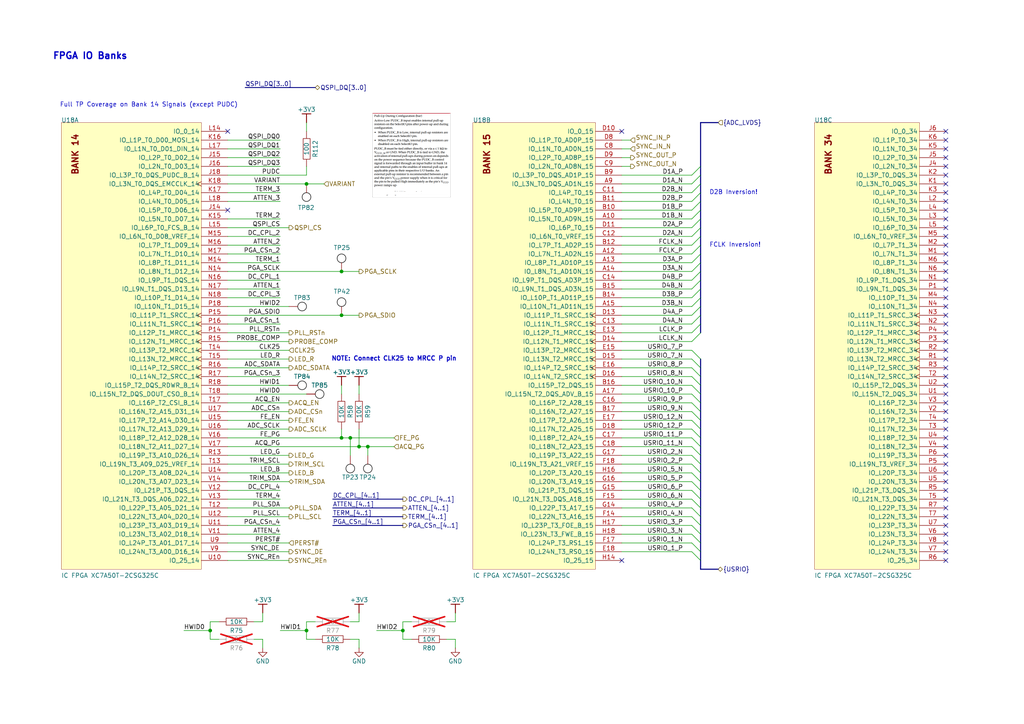
<source format=kicad_sch>
(kicad_sch (version 20250114) (generator "eeschema") (generator_version "9.0")
  (paper "A4")
  (title_block (title "ThunderScope") (rev "5.3") (company "EEVengers") (comment 1 "Aleksa Bjelogrlic"))
  (text "FCLK Inversion!" (at 205.74 71.12 0) (effects (font (size 1.27 1.27)) (justify left)))
  (text "FPGA IO Banks" (at 15.24 15.24 0) (effects (font (size 1.905 1.905) (thickness 0.381) (bold yes)) (justify left top)))
  (text "NOTE: Connect CLK25 to MRCC P pin" (at 114.3 104.14 0) (effects (font (size 1.27 1.27) (thickness 0.254) (bold yes))))
  (text "D2B Inversion!" (at 205.74 55.88 0) (effects (font (size 1.27 1.27)) (justify left)))
  (text "Full TP Coverage on Bank 14 Signals (except PUDC)" (at 43.18 30.48 0) (effects (font (size 1.27 1.27))))
  (junction (at 99.06 91.44))
  (junction (at 99.06 78.74))
  (junction (at 99.06 127))
  (junction (at 106.68 129.54))
  (junction (at 88.9 53.34))
  (junction (at 104.14 129.54))
  (junction (at 60.96 182.88))
  (junction (at 88.9 182.88))
  (junction (at 116.84 182.88))
  (junction (at 101.6 127))
  (no_connect (at 274.32 63.5))
  (no_connect (at 274.32 109.22))
  (no_connect (at 274.32 104.14))
  (no_connect (at 274.32 91.44))
  (no_connect (at 274.32 76.2))
  (no_connect (at 274.32 132.08))
  (no_connect (at 274.32 127))
  (no_connect (at 274.32 68.58))
  (no_connect (at 274.32 88.9))
  (no_connect (at 274.32 157.48))
  (no_connect (at 274.32 116.84))
  (no_connect (at 274.32 139.7))
  (no_connect (at 274.32 73.66))
  (no_connect (at 274.32 58.42))
  (no_connect (at 274.32 81.28))
  (no_connect (at 274.32 86.36))
  (no_connect (at 274.32 66.04))
  (no_connect (at 274.32 99.06))
  (no_connect (at 274.32 142.24))
  (no_connect (at 274.32 71.12))
  (no_connect (at 274.32 101.6))
  (no_connect (at 274.32 45.72))
  (no_connect (at 274.32 124.46))
  (no_connect (at 274.32 154.94))
  (no_connect (at 274.32 96.52))
  (no_connect (at 274.32 111.76))
  (no_connect (at 274.32 78.74))
  (no_connect (at 274.32 48.26))
  (no_connect (at 274.32 119.38))
  (no_connect (at 180.34 162.56))
  (no_connect (at 180.34 38.1))
  (no_connect (at 274.32 53.34))
  (no_connect (at 274.32 55.88))
  (no_connect (at 274.32 149.86))
  (no_connect (at 274.32 134.62))
  (no_connect (at 274.32 40.64))
  (no_connect (at 274.32 93.98))
  (no_connect (at 274.32 106.68))
  (no_connect (at 274.32 60.96))
  (no_connect (at 66.04 38.1))
  (no_connect (at 274.32 83.82))
  (no_connect (at 274.32 50.8))
  (no_connect (at 274.32 144.78))
  (no_connect (at 66.04 60.96))
  (no_connect (at 274.32 43.18))
  (no_connect (at 274.32 121.92))
  (no_connect (at 274.32 137.16))
  (no_connect (at 274.32 38.1))
  (no_connect (at 274.32 160.02))
  (no_connect (at 274.32 152.4))
  (no_connect (at 274.32 114.3))
  (no_connect (at 274.32 162.56))
  (no_connect (at 274.32 147.32))
  (no_connect (at 274.32 129.54))
  (bus_entry (at 200.66 132.08) (size 2.54 2.54))
  (bus_entry (at 200.66 134.62) (size 2.54 2.54))
  (bus_entry (at 200.66 154.94) (size 2.54 2.54))
  (bus_entry (at 200.66 137.16) (size 2.54 2.54))
  (bus_entry (at 200.66 71.12) (size 2.54 -2.54))
  (bus_entry (at 200.66 53.34) (size 2.54 -2.54))
  (bus_entry (at 200.66 68.58) (size 2.54 -2.54))
  (bus_entry (at 200.66 142.24) (size 2.54 2.54))
  (bus_entry (at 200.66 58.42) (size 2.54 -2.54))
  (bus_entry (at 200.66 160.02) (size 2.54 2.54))
  (bus_entry (at 200.66 139.7) (size 2.54 2.54))
  (bus_entry (at 200.66 111.76) (size 2.54 2.54))
  (bus_entry (at 200.66 73.66) (size 2.54 -2.54))
  (bus_entry (at 200.66 66.04) (size 2.54 -2.54))
  (bus_entry (at 200.66 93.98) (size 2.54 -2.54))
  (bus_entry (at 200.66 50.8) (size 2.54 -2.54))
  (bus_entry (at 200.66 124.46) (size 2.54 2.54))
  (bus_entry (at 200.66 76.2) (size 2.54 -2.54))
  (bus_entry (at 200.66 109.22) (size 2.54 2.54))
  (bus_entry (at 200.66 149.86) (size 2.54 2.54))
  (bus_entry (at 200.66 147.32) (size 2.54 2.54))
  (bus_entry (at 200.66 104.14) (size 2.54 2.54))
  (bus_entry (at 200.66 157.48) (size 2.54 2.54))
  (bus_entry (at 200.66 63.5) (size 2.54 -2.54))
  (bus_entry (at 200.66 86.36) (size 2.54 -2.54))
  (bus_entry (at 200.66 144.78) (size 2.54 2.54))
  (bus_entry (at 200.66 121.92) (size 2.54 2.54))
  (bus_entry (at 200.66 83.82) (size 2.54 -2.54))
  (bus_entry (at 200.66 127) (size 2.54 2.54))
  (bus_entry (at 200.66 114.3) (size 2.54 2.54))
  (bus_entry (at 200.66 106.68) (size 2.54 2.54))
  (bus_entry (at 200.66 88.9) (size 2.54 -2.54))
  (bus_entry (at 200.66 99.06) (size 2.54 -2.54))
  (bus_entry (at 200.66 119.38) (size 2.54 2.54))
  (bus_entry (at 200.66 116.84) (size 2.54 2.54))
  (bus_entry (at 200.66 101.6) (size 2.54 2.54))
  (bus_entry (at 200.66 78.74) (size 2.54 -2.54))
  (bus_entry (at 200.66 96.52) (size 2.54 -2.54))
  (bus_entry (at 200.66 55.88) (size 2.54 -2.54))
  (bus_entry (at 200.66 129.54) (size 2.54 2.54))
  (bus_entry (at 200.66 81.28) (size 2.54 -2.54))
  (bus_entry (at 200.66 91.44) (size 2.54 -2.54))
  (bus_entry (at 200.66 152.4) (size 2.54 2.54))
  (bus_entry (at 200.66 60.96) (size 2.54 -2.54))
  (bus (pts (xy 203.2 114.3) (xy 203.2 111.76)))
  (bus (pts (xy 203.2 121.92) (xy 203.2 119.38)))
  (bus (pts (xy 203.2 132.08) (xy 203.2 129.54)))
  (bus (pts (xy 203.2 162.56) (xy 203.2 160.02)))
  (wire (pts (xy 66.04 111.76) (xy 83.82 111.76)))
  (wire (pts (xy 66.04 124.46) (xy 83.82 124.46)))
  (wire (pts (xy 180.34 134.62) (xy 200.66 134.62)))
  (wire (pts (xy 66.04 127) (xy 99.06 127)))
  (bus (pts (xy 203.2 134.62) (xy 203.2 132.08)))
  (wire (pts (xy 180.34 142.24) (xy 200.66 142.24)))
  (bus (pts (xy 203.2 60.96) (xy 203.2 63.5)))
  (bus (pts (xy 203.2 142.24) (xy 203.2 139.7)))
  (wire (pts (xy 66.04 116.84) (xy 83.82 116.84)))
  (wire (pts (xy 180.34 132.08) (xy 200.66 132.08)))
  (wire (pts (xy 104.14 129.54) (xy 106.68 129.54)))
  (wire (pts (xy 60.96 180.34) (xy 60.96 182.88)))
  (wire (pts (xy 180.34 91.44) (xy 200.66 91.44)))
  (wire (pts (xy 119.38 180.34) (xy 116.84 180.34)))
  (wire (pts (xy 180.34 81.28) (xy 200.66 81.28)))
  (wire (pts (xy 66.04 137.16) (xy 83.82 137.16)))
  (wire (pts (xy 101.6 180.34) (xy 104.14 180.34)))
  (bus (pts (xy 203.2 116.84) (xy 203.2 114.3)))
  (wire (pts (xy 180.34 73.66) (xy 200.66 73.66)))
  (wire (pts (xy 101.6 127) (xy 101.6 132.08)))
  (wire (pts (xy 180.34 76.2) (xy 200.66 76.2)))
  (wire (pts (xy 66.04 58.42) (xy 81.28 58.42)))
  (wire (pts (xy 106.68 129.54) (xy 114.3 129.54)))
  (bus (pts (xy 116.84 144.78) (xy 96.52 144.78)) (stroke (width 0.254)))
  (bus (pts (xy 203.2 96.52) (xy 203.2 93.98)))
  (wire (pts (xy 88.9 182.88) (xy 88.9 185.42)))
  (wire (pts (xy 99.06 124.46) (xy 99.06 127)))
  (wire (pts (xy 109.22 182.88) (xy 116.84 182.88)))
  (wire (pts (xy 99.06 111.76) (xy 99.06 114.3)))
  (wire (pts (xy 180.34 154.94) (xy 200.66 154.94)))
  (bus (pts (xy 203.2 147.32) (xy 203.2 144.78)))
  (wire (pts (xy 180.34 99.06) (xy 200.66 99.06)))
  (bus (pts (xy 203.2 76.2) (xy 203.2 78.74)))
  (wire (pts (xy 116.84 180.34) (xy 116.84 182.88)))
  (wire (pts (xy 66.04 96.52) (xy 83.82 96.52)))
  (bus (pts (xy 203.2 58.42) (xy 203.2 60.96)))
  (wire (pts (xy 66.04 81.28) (xy 81.28 81.28)))
  (wire (pts (xy 66.04 129.54) (xy 104.14 129.54)))
  (wire (pts (xy 99.06 78.74) (xy 104.14 78.74)))
  (wire (pts (xy 66.04 121.92) (xy 83.82 121.92)))
  (bus (pts (xy 203.2 160.02) (xy 203.2 157.48)))
  (wire (pts (xy 66.04 63.5) (xy 81.28 63.5)))
  (wire (pts (xy 60.96 185.42) (xy 63.5 185.42)))
  (wire (pts (xy 66.04 71.12) (xy 81.28 71.12)))
  (wire (pts (xy 66.04 88.9) (xy 83.82 88.9)))
  (bus (pts (xy 203.2 86.36) (xy 203.2 88.9)))
  (bus (pts (xy 203.2 157.48) (xy 203.2 154.94)))
  (bus (pts (xy 203.2 48.26) (xy 203.2 50.8)))
  (wire (pts (xy 66.04 147.32) (xy 83.82 147.32)))
  (bus (pts (xy 203.2 78.74) (xy 203.2 81.28)))
  (wire (pts (xy 88.9 35.56) (xy 88.9 38.1)))
  (wire (pts (xy 132.08 177.8) (xy 132.08 180.34)))
  (wire (pts (xy 180.34 144.78) (xy 200.66 144.78)))
  (wire (pts (xy 116.84 185.42) (xy 119.38 185.42)))
  (wire (pts (xy 66.04 104.14) (xy 83.82 104.14)))
  (wire (pts (xy 180.34 139.7) (xy 200.66 139.7)))
  (wire (pts (xy 88.9 53.34) (xy 93.98 53.34)))
  (bus (pts (xy 203.2 127) (xy 203.2 124.46)))
  (wire (pts (xy 104.14 177.8) (xy 104.14 180.34)))
  (wire (pts (xy 60.96 182.88) (xy 60.96 185.42)))
  (bus (pts (xy 203.2 106.68) (xy 203.2 104.14)))
  (wire (pts (xy 132.08 185.42) (xy 132.08 187.96)))
  (wire (pts (xy 66.04 119.38) (xy 83.82 119.38)))
  (wire (pts (xy 180.34 160.02) (xy 200.66 160.02)))
  (bus (pts (xy 203.2 139.7) (xy 203.2 137.16)))
  (wire (pts (xy 180.34 147.32) (xy 200.66 147.32)))
  (wire (pts (xy 180.34 86.36) (xy 200.66 86.36)))
  (bus (pts (xy 203.2 68.58) (xy 203.2 71.12)))
  (bus (pts (xy 203.2 137.16) (xy 203.2 134.62)))
  (wire (pts (xy 180.34 116.84) (xy 200.66 116.84)))
  (wire (pts (xy 53.34 182.88) (xy 60.96 182.88)))
  (bus (pts (xy 116.84 152.4) (xy 96.52 152.4)) (stroke (width 0.254)))
  (wire (pts (xy 66.04 50.8) (xy 88.9 50.8)))
  (bus (pts (xy 203.2 154.94) (xy 203.2 152.4)))
  (wire (pts (xy 66.04 154.94) (xy 81.28 154.94)))
  (wire (pts (xy 66.04 134.62) (xy 83.82 134.62)))
  (wire (pts (xy 180.34 121.92) (xy 200.66 121.92)))
  (wire (pts (xy 180.34 88.9) (xy 200.66 88.9)))
  (wire (pts (xy 99.06 91.44) (xy 104.14 91.44)))
  (wire (pts (xy 180.34 40.64) (xy 182.88 40.64)))
  (wire (pts (xy 129.54 180.34) (xy 132.08 180.34)))
  (wire (pts (xy 66.04 55.88) (xy 81.28 55.88)))
  (wire (pts (xy 99.06 127) (xy 101.6 127)))
  (wire (pts (xy 91.44 180.34) (xy 88.9 180.34)))
  (bus (pts (xy 203.2 149.86) (xy 203.2 147.32)))
  (wire (pts (xy 180.34 50.8) (xy 200.66 50.8)))
  (wire (pts (xy 104.14 124.46) (xy 104.14 129.54)))
  (wire (pts (xy 180.34 106.68) (xy 200.66 106.68)))
  (wire (pts (xy 104.14 185.42) (xy 104.14 187.96)))
  (wire (pts (xy 180.34 93.98) (xy 200.66 93.98)))
  (bus (pts (xy 203.2 119.38) (xy 203.2 116.84)))
  (wire (pts (xy 66.04 109.22) (xy 81.28 109.22)))
  (wire (pts (xy 73.66 180.34) (xy 76.2 180.34)))
  (bus (pts (xy 203.2 165.1) (xy 208.28 165.1)))
  (wire (pts (xy 180.34 71.12) (xy 200.66 71.12)))
  (wire (pts (xy 66.04 66.04) (xy 83.82 66.04)))
  (wire (pts (xy 66.04 93.98) (xy 81.28 93.98)))
  (wire (pts (xy 106.68 129.54) (xy 106.68 132.08)))
  (wire (pts (xy 66.04 101.6) (xy 83.82 101.6)))
  (wire (pts (xy 180.34 111.76) (xy 200.66 111.76)))
  (wire (pts (xy 66.04 53.34) (xy 88.9 53.34)))
  (bus (pts (xy 203.2 73.66) (xy 203.2 76.2)))
  (wire (pts (xy 180.34 53.34) (xy 200.66 53.34)))
  (wire (pts (xy 180.34 96.52) (xy 200.66 96.52)))
  (wire (pts (xy 180.34 157.48) (xy 200.66 157.48)))
  (bus (pts (xy 203.2 35.56) (xy 208.28 35.56)))
  (wire (pts (xy 180.34 152.4) (xy 200.66 152.4)))
  (bus (pts (xy 203.2 111.76) (xy 203.2 109.22)))
  (bus (pts (xy 203.2 129.54) (xy 203.2 127)))
  (wire (pts (xy 180.34 137.16) (xy 200.66 137.16)))
  (wire (pts (xy 116.84 182.88) (xy 116.84 185.42)))
  (wire (pts (xy 180.34 83.82) (xy 200.66 83.82)))
  (wire (pts (xy 66.04 144.78) (xy 81.28 144.78)))
  (wire (pts (xy 66.04 48.26) (xy 81.28 48.26)))
  (wire (pts (xy 66.04 83.82) (xy 81.28 83.82)))
  (wire (pts (xy 66.04 76.2) (xy 81.28 76.2)))
  (wire (pts (xy 88.9 180.34) (xy 88.9 182.88)))
  (wire (pts (xy 66.04 160.02) (xy 83.82 160.02)))
  (wire (pts (xy 180.34 109.22) (xy 200.66 109.22)))
  (bus (pts (xy 203.2 165.1) (xy 203.2 162.56)))
  (wire (pts (xy 66.04 157.48) (xy 83.82 157.48)))
  (bus (pts (xy 203.2 53.34) (xy 203.2 55.88)))
  (wire (pts (xy 180.34 60.96) (xy 200.66 60.96)))
  (wire (pts (xy 180.34 68.58) (xy 200.66 68.58)))
  (bus (pts (xy 203.2 81.28) (xy 203.2 83.82)))
  (wire (pts (xy 101.6 127) (xy 114.3 127)))
  (bus (pts (xy 203.2 63.5) (xy 203.2 66.04)))
  (wire (pts (xy 180.34 149.86) (xy 200.66 149.86)))
  (wire (pts (xy 180.34 66.04) (xy 200.66 66.04)))
  (wire (pts (xy 66.04 78.74) (xy 99.06 78.74)))
  (bus (pts (xy 203.2 83.82) (xy 203.2 86.36)))
  (bus (pts (xy 203.2 66.04) (xy 203.2 68.58)))
  (wire (pts (xy 66.04 149.86) (xy 83.82 149.86)))
  (bus (pts (xy 203.2 109.22) (xy 203.2 106.68)))
  (wire (pts (xy 66.04 142.24) (xy 81.28 142.24)))
  (wire (pts (xy 66.04 114.3) (xy 88.9 114.3)))
  (wire (pts (xy 101.6 185.42) (xy 104.14 185.42)))
  (bus (pts (xy 203.2 91.44) (xy 203.2 93.98)))
  (wire (pts (xy 180.34 43.18) (xy 182.88 43.18)))
  (bus (pts (xy 203.2 144.78) (xy 203.2 142.24)))
  (wire (pts (xy 180.34 104.14) (xy 200.66 104.14)))
  (wire (pts (xy 180.34 119.38) (xy 200.66 119.38)))
  (wire (pts (xy 66.04 152.4) (xy 81.28 152.4)))
  (bus (pts (xy 203.2 88.9) (xy 203.2 91.44)))
  (wire (pts (xy 66.04 139.7) (xy 83.82 139.7)))
  (bus (pts (xy 203.2 35.56) (xy 203.2 48.26)))
  (bus (pts (xy 116.84 149.86) (xy 96.52 149.86)) (stroke (width 0.254)))
  (bus (pts (xy 203.2 55.88) (xy 203.2 58.42)))
  (wire (pts (xy 66.04 45.72) (xy 81.28 45.72)))
  (wire (pts (xy 129.54 185.42) (xy 132.08 185.42)))
  (bus (pts (xy 91.44 25.4) (xy 71.12 25.4)) (stroke (width 0.254)))
  (wire (pts (xy 180.34 124.46) (xy 200.66 124.46)))
  (wire (pts (xy 180.34 48.26) (xy 182.88 48.26)))
  (wire (pts (xy 76.2 185.42) (xy 76.2 187.96)))
  (bus (pts (xy 203.2 152.4) (xy 203.2 149.86)))
  (wire (pts (xy 180.34 55.88) (xy 200.66 55.88)))
  (bus (pts (xy 203.2 124.46) (xy 203.2 121.92)))
  (wire (pts (xy 66.04 106.68) (xy 83.82 106.68)))
  (bus (pts (xy 203.2 71.12) (xy 203.2 73.66)))
  (wire (pts (xy 180.34 101.6) (xy 200.66 101.6)))
  (wire (pts (xy 66.04 86.36) (xy 81.28 86.36)))
  (wire (pts (xy 88.9 185.42) (xy 91.44 185.42)))
  (wire (pts (xy 88.9 48.26) (xy 88.9 50.8)))
  (wire (pts (xy 63.5 180.34) (xy 60.96 180.34)))
  (wire (pts (xy 180.34 78.74) (xy 200.66 78.74)))
  (wire (pts (xy 81.28 182.88) (xy 88.9 182.88)))
  (wire (pts (xy 66.04 132.08) (xy 83.82 132.08)))
  (wire (pts (xy 66.04 40.64) (xy 81.28 40.64)))
  (wire (pts (xy 104.14 111.76) (xy 104.14 114.3)))
  (wire (pts (xy 66.04 91.44) (xy 99.06 91.44)))
  (wire (pts (xy 73.66 185.42) (xy 76.2 185.42)))
  (wire (pts (xy 180.34 58.42) (xy 200.66 58.42)))
  (wire (pts (xy 180.34 63.5) (xy 200.66 63.5)))
  (wire (pts (xy 66.04 162.56) (xy 83.82 162.56)))
  (wire (pts (xy 66.04 99.06) (xy 83.82 99.06)))
  (wire (pts (xy 66.04 73.66) (xy 81.28 73.66)))
  (wire (pts (xy 180.34 45.72) (xy 182.88 45.72)))
  (wire (pts (xy 76.2 177.8) (xy 76.2 180.34)))
  (bus (pts (xy 116.84 147.32) (xy 96.52 147.32)) (stroke (width 0.254)))
  (wire (pts (xy 66.04 68.58) (xy 81.28 68.58)))
  (bus (pts (xy 203.2 50.8) (xy 203.2 53.34)))
  (wire (pts (xy 180.34 127) (xy 200.66 127)))
  (wire (pts (xy 66.04 43.18) (xy 81.28 43.18)))
  (wire (pts (xy 180.34 129.54) (xy 200.66 129.54)))
  (wire (pts (xy 180.34 114.3) (xy 200.66 114.3)))
  (image (at 119.38 45.0157) (scale 0.204637))
  (label "D3B_P" (at 198.12 86.36 180))
  (label "HWID2" (at 81.28 88.9 180) (effects (font (thickness 0.1588))))
  (label "USRIO_4_N" (at 198.12 149.86 180))
  (label "ADC_SCLK" (at 81.28 124.46 180))
  (label "ATTEN_2" (at 81.28 71.12 180))
  (label "PLL_RSTn" (at 81.28 96.52 180))
  (label "PUDC" (at 81.28 50.8 180))
  (label "TRIM_SDA" (at 81.28 139.7 180))
  (label "QSPI_CS" (at 81.28 66.04 180))
  (label "USRIO_8_N" (at 198.12 109.22 180))
  (label "DC_CPL_4" (at 81.28 142.24 180))
  (label "CLK25" (at 81.28 101.6 180))
  (label "HWID1" (at 81.28 182.88 0) (effects (font (thickness 0.1588))))
  (label "ATTEN_[4..1]" (at 96.52 147.32 0))
  (label "D4A_P" (at 198.12 91.44 180))
  (label "PGA_CSn_1" (at 81.28 93.98 180))
  (label "PGA_CSn_4" (at 81.28 152.4 180))
  (label "USRIO_2_N" (at 198.12 132.08 180))
  (label "USRIO_10_N" (at 198.12 111.76 180))
  (label "FE_EN" (at 81.28 121.92 180))
  (label "D3B_N" (at 198.12 88.9 180))
  (label "TERM_3" (at 81.28 55.88 180))
  (label "TERM_[4..1]" (at 96.52 149.86 0))
  (label "FCLK_N" (at 198.12 71.12 180))
  (label "PGA_CSn_2" (at 81.28 73.66 180))
  (label "USRIO_6_P" (at 198.12 142.24 180))
  (label "QSPI_DQ0" (at 81.28 40.64 180))
  (label "ACQ_EN" (at 81.28 116.84 180))
  (label "HWID2" (at 109.22 182.88 0) (effects (font (thickness 0.1588))))
  (label "LCLK_P" (at 198.12 96.52 180))
  (label "ATTEN_1" (at 81.28 83.82 180))
  (label "PGA_CSn_3" (at 81.28 109.22 180))
  (label "D3A_N" (at 198.12 78.74 180))
  (label "SYNC_DE" (at 81.1661 160.02 180))
  (label "HWID0" (at 53.34 182.88 0) (effects (font (thickness 0.1588))))
  (label "ADC_CSn" (at 81.28 119.38 180))
  (label "DC_CPL_3" (at 81.28 86.36 180))
  (label "LED_G" (at 81.28 132.08 180))
  (label "TERM_2" (at 81.28 63.5 180))
  (label "FE_PG" (at 81.28 127 180))
  (label "USRIO_3_P" (at 198.12 152.4 180))
  (label "PGA_SDIO" (at 81.28 91.44 180))
  (label "D3A_P" (at 198.12 76.2 180))
  (label "SYNC_REn" (at 81.2682 162.56 180))
  (label "DC_CPL_[4..1]" (at 96.52 144.78 0))
  (label "LED_B" (at 81.28 137.16 180))
  (label "PGA_CSn_[4..1]" (at 96.52 152.4 0))
  (label "USRIO_3_N" (at 198.12 154.94 180))
  (label "D1A_P" (at 198.1475 50.8 180))
  (label "USRIO_12_P" (at 198.12 124.46 180))
  (label "PLL_SCL" (at 81.28 149.86 180))
  (label "PROBE_COMP" (at 81.28 99.06 180))
  (label "PERST#" (at 81.28 157.48 180))
  (label "D1B_P" (at 198.12 60.96 180))
  (label "QSPI_DQ1" (at 81.28 43.18 180))
  (label "DC_CPL_1" (at 81.28 81.28 180))
  (label "D1A_N" (at 198.12 53.34 180))
  (label "VARIANT" (at 81.28 53.34 180))
  (label "ACQ_PG" (at 81.28 129.54 180))
  (label "USRIO_1_N" (at 198.12 157.48 180))
  (label "USRIO_2_P" (at 198.12 134.62 180))
  (label "ADC_SDATA" (at 81.28 106.68 180))
  (label "USRIO_4_P" (at 198.12 147.32 180))
  (label "TRIM_SCL" (at 81.28 134.62 180))
  (label "USRIO_6_N" (at 198.12 144.78 180))
  (label "USRIO_7_P" (at 198.12 101.6 180))
  (label "D4A_N" (at 198.12 93.98 180))
  (label "D2A_N" (at 198.12 68.58 180))
  (label "PLL_SDA" (at 81.28 147.32 180))
  (label "TERM_4" (at 81.28 144.78 180))
  (label "FCLK_P" (at 198.12 73.66 180))
  (label "USRIO_11_P" (at 198.12 127 180))
  (label "USRIO_5_P" (at 198.12 139.7 180))
  (label "HWID1" (at 81.28 111.76 180) (effects (font (thickness 0.1588))))
  (label "TERM_1" (at 81.28 76.2 180))
  (label "DC_CPL_2" (at 81.28 68.58 180))
  (label "USRIO_7_N" (at 198.12 104.14 180))
  (label "PGA_SCLK" (at 81.28 78.74 180))
  (label "LCLK_N" (at 198.12 99.06 180))
  (label "D4B_N" (at 198.12 83.82 180))
  (label "D4B_P" (at 198.12 81.28 180))
  (label "USRIO_1_P" (at 198.12 160.02 180))
  (label "USRIO_11_N" (at 198.12 129.54 180))
  (label "USRIO_9_P" (at 198.12 116.84 180))
  (label "HWID0" (at 81.28 114.3 180) (effects (font (thickness 0.1588))))
  (label "ATTEN_4" (at 81.28 154.94 180))
  (label "D2B_N" (at 198.12 55.88 180))
  (label "ATTEN_3" (at 81.28 58.42 180))
  (label "D2B_P" (at 198.12 58.42 180))
  (label "QSPI_DQ[3..0]" (at 71.12 25.4 0))
  (label "QSPI_DQ2" (at 81.28 45.72 180))
  (label "USRIO_10_P" (at 198.12 114.3 180))
  (label "D2A_P" (at 198.12 66.04 180))
  (label "QSPI_DQ3" (at 81.28 48.26 180))
  (label "USRIO_5_N" (at 198.12 137.16 180))
  (label "LED_R" (at 81.28 104.14 180))
  (label "USRIO_8_P" (at 198.12 106.68 180))
  (label "USRIO_12_N" (at 198.12 121.92 180))
  (label "D1B_N" (at 198.12 63.5 180))
  (label "USRIO_9_N" (at 198.12 119.38 180))
  (hierarchical_label "LED_R" (shape output) (at 83.82 104.14 0))
  (hierarchical_label "PERST#" (shape input) (at 83.82 157.48 0))
  (hierarchical_label "QSPI_CS" (shape output) (at 83.82 66.04 0))
  (hierarchical_label "ACQ_PG" (shape input) (at 114.3 129.54 0))
  (hierarchical_label "ACQ_EN" (shape output) (at 83.82 116.84 0))
  (hierarchical_label "TRIM_SCL" (shape output) (at 83.82 134.62 0))
  (hierarchical_label "PROBE_COMP" (shape output) (at 83.82 99.06 0))
  (hierarchical_label "{USRIO}" (shape bidirectional) (at 208.28 165.1 0))
  (hierarchical_label "SYNC_IN_P" (shape input) (at 182.88 40.64 0))
  (hierarchical_label "SYNC_OUT_N" (shape output) (at 182.88 48.26 0))
  (hierarchical_label "VARIANT" (shape input) (at 93.98 53.34 0))
  (hierarchical_label "ADC_CSn" (shape output) (at 83.82 119.38 0))
  (hierarchical_label "SYNC_IN_N" (shape input) (at 182.88 43.18 0))
  (hierarchical_label "PGA_SCLK" (shape output) (at 104.14 78.74 0))
  (hierarchical_label "PLL_RSTn" (shape output) (at 83.82 96.52 0))
  (hierarchical_label "LED_G" (shape output) (at 83.82 132.08 0))
  (hierarchical_label "SYNC_REn" (shape output) (at 83.82 162.56 0))
  (hierarchical_label "ADC_SDATA" (shape output) (at 83.82 106.68 0))
  (hierarchical_label "FE_PG" (shape input) (at 114.3 127 0))
  (hierarchical_label "SYNC_DE" (shape output) (at 83.82 160.02 0))
  (hierarchical_label "SYNC_OUT_P" (shape output) (at 182.88 45.72 0))
  (hierarchical_label "ADC_SCLK" (shape output) (at 83.82 124.46 0))
  (hierarchical_label "QSPI_DQ[3..0]" (shape bidirectional) (at 91.44 25.4 0))
  (hierarchical_label "FE_EN" (shape output) (at 83.82 121.92 0))
  (hierarchical_label "PLL_SDA" (shape bidirectional) (at 83.82 147.32 0))
  (hierarchical_label "TRIM_SDA" (shape bidirectional) (at 83.82 139.7 0))
  (hierarchical_label "LED_B" (shape output) (at 83.82 137.16 0))
  (hierarchical_label "ATTEN_[4..1]" (shape output) (at 116.84 147.32 0))
  (hierarchical_label "TERM_[4..1]" (shape output) (at 116.84 149.86 0))
  (hierarchical_label "PGA_SDIO" (shape output) (at 104.14 91.44 0))
  (hierarchical_label "CLK25" (shape input) (at 83.82 101.6 0))
  (hierarchical_label "PLL_SCL" (shape output) (at 83.82 149.86 0))
  (hierarchical_label "DC_CPL_[4..1]" (shape output) (at 116.84 144.78 0))
  (hierarchical_label "{ADC_LVDS}" (shape input) (at 208.28 35.56 0))
  (hierarchical_label "PGA_CSn_[4..1]" (shape output) (at 116.84 152.4 0))
  (symbol (lib_id "Thunderscope_Rev5:TP PCB 1mm") (at 101.6 132.08 270) (unit 1) (in_bom no)
    (property "Reference" "TP23" (at 101.6 138.43 90))
    (property "Value" "PCB" (effects (hide yes)))
    (property "Footprint" "Thunderscope_Rev5:GEN_TP_PCB" (effects (hide yes)))
  )
  (symbol (lib_id "Thunderscope_Rev5:RES 10K OHM 1% 1/10W 0402") (at 96.52 180.34 0) (unit 1) (dnp yes)
    (property "Reference" "R77" (at 96.52 182.88 0))
    (property "Value" "10K" (at 96.52 180.34 0))
    (property "Footprint" "Thunderscope_Rev5:GEN_R_0402" (effects (hide yes)))
    (property "TOLERANCE" "1%" (effects (hide yes)))
    (property "PACKAGE" "0402" (effects (hide yes)))
    (property "SUPPLIER 1" "Mouser" (effects (hide yes)))
    (property "SUPPLIER PART NUMBER 1" "667-ERJ-2RKF1002X" (effects (hide yes)))
    (property "MANUFACTURER" "Panasonic" (effects (hide yes)))
    (property "MANUFACTURER PART NUMBER" "ERJ-2RKF1002X" (effects (hide yes)))
  )
  (symbol (lib_id "Thunderscope_Rev5:RES 10K OHM 1% 1/10W 0402") (at 124.46 180.34 0) (unit 1) (dnp yes)
    (property "Reference" "R79" (at 124.46 182.88 0))
    (property "Value" "10K" (at 124.46 180.34 0))
    (property "Footprint" "Thunderscope_Rev5:GEN_R_0402" (effects (hide yes)))
    (property "TOLERANCE" "1%" (effects (hide yes)))
    (property "PACKAGE" "0402" (effects (hide yes)))
    (property "SUPPLIER 1" "Mouser" (effects (hide yes)))
    (property "SUPPLIER PART NUMBER 1" "667-ERJ-2RKF1002X" (effects (hide yes)))
    (property "MANUFACTURER" "Panasonic" (effects (hide yes)))
    (property "MANUFACTURER PART NUMBER" "ERJ-2RKF1002X" (effects (hide yes)))
  )
  (symbol (lib_id "Thunderscope_Rev5:IC FPGA XC7A50T-2CSG325C") (at 137.16 35.56 0) (mirror y) (unit 2)
    (property "Reference" "U18" (at 137.16 35.56 0) (effects (justify right bottom)))
    (property "Value" "IC FPGA XC7A50T-2CSG325C" (at 137.16 167.64 0) (effects (justify right bottom)))
    (property "Footprint" "Thunderscope_Rev5:XILINX_XC7A50T-2CSG325C" (effects (hide yes)))
    (property "Description" "Artix-7 FPGA, 150 User I/Os, 4 GTP, 324-Ball BGA, Speed Grade 2, Commercial Grade, Pb-Free" (effects (hide yes)))
    (property "MANUFACTURER" "Xilinx" (effects (hide yes)))
    (property "HOUSE PART NUMBER" "XC7A50T-2CSG325C" (effects (hide yes)))
    (property "MANUFACTURER PART NUMBER" "XC7A50T-2CSG325C" (effects (hide yes)))
    (property "SUPPLIER 1" "Digi-Key" (effects (hide yes)))
    (property "SUPPLIER PART NUMBER 1" "122-2193-ND" (effects (hide yes)))
  )
  (symbol (lib_id "Thunderscope_Rev5:+3V3_IO_BAR") (at 132.08 177.8 180) (unit 1)
    (property "Reference" "#PWR0371" (effects (hide yes)))
    (property "Value" "+3V3" (at 132.08 173.99 0))
    (property "Description" "Power symbol creates a global label with name '+3V3_IO'" (effects (hide yes)))
  )
  (symbol (lib_id "Thunderscope_Rev5:IC FPGA XC7A50T-2CSG325C") (at 17.78 35.56 0) (mirror y) (unit 1)
    (property "Reference" "U18" (at 17.78 35.56 0) (effects (justify right bottom)))
    (property "Value" "IC FPGA XC7A50T-2CSG325C" (at 17.78 167.64 0) (effects (justify right bottom)))
    (property "Footprint" "Thunderscope_Rev5:XILINX_XC7A50T-2CSG325C" (effects (hide yes)))
    (property "Description" "Artix-7 FPGA, 150 User I/Os, 4 GTP, 324-Ball BGA, Speed Grade 2, Commercial Grade, Pb-Free" (effects (hide yes)))
    (property "MANUFACTURER" "Xilinx" (effects (hide yes)))
    (property "HOUSE PART NUMBER" "XC7A50T-2CSG325C" (effects (hide yes)))
    (property "MANUFACTURER PART NUMBER" "XC7A50T-2CSG325C" (effects (hide yes)))
    (property "SUPPLIER 1" "Digi-Key" (effects (hide yes)))
    (property "SUPPLIER PART NUMBER 1" "122-2193-ND" (effects (hide yes)))
  )
  (symbol (lib_id "Thunderscope_Rev5:RES 10K OHM 1% 1/10W 0402") (at 96.52 185.42 0) (unit 1)
    (property "Reference" "R78" (at 96.52 187.96 0))
    (property "Value" "10K" (at 96.52 185.42 0))
    (property "Footprint" "Thunderscope_Rev5:GEN_R_0402" (effects (hide yes)))
    (property "TOLERANCE" "1%" (effects (hide yes)))
    (property "PACKAGE" "0402" (effects (hide yes)))
    (property "SUPPLIER 1" "Mouser" (effects (hide yes)))
    (property "SUPPLIER PART NUMBER 1" "667-ERJ-2RKF1002X" (effects (hide yes)))
    (property "MANUFACTURER" "Panasonic" (effects (hide yes)))
    (property "MANUFACTURER PART NUMBER" "ERJ-2RKF1002X" (effects (hide yes)))
  )
  (symbol (lib_id "Thunderscope_Rev5:RES 10K OHM 1% 1/10W 0402") (at 124.46 185.42 0) (unit 1)
    (property "Reference" "R80" (at 124.46 187.96 0))
    (property "Value" "10K" (at 124.46 185.42 0))
    (property "Footprint" "Thunderscope_Rev5:GEN_R_0402" (effects (hide yes)))
    (property "TOLERANCE" "1%" (effects (hide yes)))
    (property "PACKAGE" "0402" (effects (hide yes)))
    (property "SUPPLIER 1" "Mouser" (effects (hide yes)))
    (property "SUPPLIER PART NUMBER 1" "667-ERJ-2RKF1002X" (effects (hide yes)))
    (property "MANUFACTURER" "Panasonic" (effects (hide yes)))
    (property "MANUFACTURER PART NUMBER" "ERJ-2RKF1002X" (effects (hide yes)))
  )
  (symbol (lib_id "Thunderscope_Rev5:TP PCB 1mm") (at 99.06 78.74 90) (unit 1) (in_bom no)
    (property "Reference" "TP25" (at 101.6 71.12 90) (effects (justify left bottom)))
    (property "Value" "PCB" (effects (hide yes)))
    (property "Footprint" "Thunderscope_Rev5:GEN_TP_PCB" (effects (hide yes)))
  )
  (symbol (lib_id "Thunderscope_Rev5:+3V3_IO_BAR") (at 88.9 35.56 180) (unit 1)
    (property "Reference" "#PWR0306" (effects (hide yes)))
    (property "Value" "+3V3" (at 88.9 31.75 0))
    (property "Description" "Power symbol creates a global label with name '+3V3_IO'" (effects (hide yes)))
  )
  (symbol (lib_id "Thunderscope_Rev5:TP PCB 1mm") (at 83.82 111.76 0) (unit 1) (in_bom no)
    (property "Reference" "TP84" (at 87.63 109.22 0))
    (property "Value" "PCB" (effects (hide yes)))
    (property "Footprint" "Thunderscope_Rev5:GEN_TP_PCB" (effects (hide yes)))
  )
  (symbol (lib_id "Thunderscope_Rev5:TP PCB 1mm") (at 106.68 132.08 270) (unit 1) (in_bom no)
    (property "Reference" "TP24" (at 106.68 138.43 90))
    (property "Value" "PCB" (effects (hide yes)))
    (property "Footprint" "Thunderscope_Rev5:GEN_TP_PCB" (effects (hide yes)))
  )
  (symbol (lib_id "Thunderscope_Rev5:+3V3_IO_BAR") (at 76.2 177.8 180) (unit 1)
    (property "Reference" "#PWR0367" (effects (hide yes)))
    (property "Value" "+3V3" (at 76.2 173.99 0))
    (property "Description" "Power symbol creates a global label with name '+3V3_IO'" (effects (hide yes)))
  )
  (symbol (lib_id "Thunderscope_Rev5:IC FPGA XC7A50T-2CSG325C") (at 236.22 35.56 0) (mirror y) (unit 3)
    (property "Reference" "U18" (at 236.22 35.56 0) (effects (justify right bottom)))
    (property "Value" "IC FPGA XC7A50T-2CSG325C" (at 236.22 167.64 0) (effects (justify right bottom)))
    (property "Footprint" "Thunderscope_Rev5:XILINX_XC7A50T-2CSG325C" (effects (hide yes)))
    (property "Description" "Artix-7 FPGA, 150 User I/Os, 4 GTP, 324-Ball BGA, Speed Grade 2, Commercial Grade, Pb-Free" (effects (hide yes)))
    (property "MANUFACTURER" "Xilinx" (effects (hide yes)))
    (property "HOUSE PART NUMBER" "XC7A50T-2CSG325C" (effects (hide yes)))
    (property "MANUFACTURER PART NUMBER" "XC7A50T-2CSG325C" (effects (hide yes)))
    (property "SUPPLIER 1" "Digi-Key" (effects (hide yes)))
    (property "SUPPLIER PART NUMBER 1" "122-2193-ND" (effects (hide yes)))
  )
  (symbol (lib_id "Thunderscope_Rev5:TP PCB 1mm") (at 99.06 91.44 90) (unit 1) (in_bom no)
    (property "Reference" "TP42" (at 101.6 83.82 90) (effects (justify left bottom)))
    (property "Value" "PCB" (effects (hide yes)))
    (property "Footprint" "Thunderscope_Rev5:GEN_TP_PCB" (effects (hide yes)))
  )
  (symbol (lib_id "Thunderscope_Rev5:+3V3_IO_BAR") (at 104.14 111.76 180) (unit 1)
    (property "Reference" "#PWR0312" (effects (hide yes)))
    (property "Value" "+3V3" (at 104.14 107.95 0))
    (property "Description" "Power symbol creates a global label with name '+3V3_IO'" (effects (hide yes)))
  )
  (symbol (lib_id "Thunderscope_Rev5:TP PCB 1mm") (at 88.9 53.34 270) (unit 1) (in_bom no)
    (property "Reference" "TP82" (at 86.36 60.96 90) (effects (justify left bottom)))
    (property "Value" "PCB" (effects (hide yes)))
    (property "Footprint" "Thunderscope_Rev5:GEN_TP_PCB" (effects (hide yes)))
  )
  (symbol (lib_id "Thunderscope_Rev5:+3V3_IO_BAR") (at 104.14 177.8 180) (unit 1)
    (property "Reference" "#PWR0369" (effects (hide yes)))
    (property "Value" "+3V3" (at 104.14 173.99 0))
    (property "Description" "Power symbol creates a global label with name '+3V3_IO'" (effects (hide yes)))
  )
  (symbol (lib_id "Thunderscope_Rev5:TP PCB 1mm") (at 88.9 114.3 0) (unit 1) (in_bom no)
    (property "Reference" "TP85" (at 92.71 111.76 0))
    (property "Value" "PCB" (effects (hide yes)))
    (property "Footprint" "Thunderscope_Rev5:GEN_TP_PCB" (effects (hide yes)))
  )
  (symbol (lib_id "Thunderscope_Rev5:GND") (at 76.2 187.96 0) (unit 1)
    (property "Reference" "#PWR0368" (effects (hide yes)))
    (property "Value" "GND" (at 76.2 191.77 0))
    (property "Description" "Power symbol creates a global label with name \"GND\" , ground" (effects (hide yes)))
  )
  (symbol (lib_id "Thunderscope_Rev5:GND") (at 104.14 187.96 0) (unit 1)
    (property "Reference" "#PWR0370" (effects (hide yes)))
    (property "Value" "GND" (at 104.14 191.77 0))
    (property "Description" "Power symbol creates a global label with name \"GND\" , ground" (effects (hide yes)))
  )
  (symbol (lib_id "Thunderscope_Rev5:RES 10K OHM 1% 1/10W 0402") (at 68.58 180.34 0) (unit 1)
    (property "Reference" "R75" (at 68.58 182.88 0))
    (property "Value" "10K" (at 68.58 180.34 0))
    (property "Footprint" "Thunderscope_Rev5:GEN_R_0402" (effects (hide yes)))
    (property "TOLERANCE" "1%" (effects (hide yes)))
    (property "PACKAGE" "0402" (effects (hide yes)))
    (property "SUPPLIER 1" "Mouser" (effects (hide yes)))
    (property "SUPPLIER PART NUMBER 1" "667-ERJ-2RKF1002X" (effects (hide yes)))
    (property "MANUFACTURER" "Panasonic" (effects (hide yes)))
    (property "MANUFACTURER PART NUMBER" "ERJ-2RKF1002X" (effects (hide yes)))
  )
  (symbol (lib_id "Thunderscope_Rev5:+3V3_IO_BAR") (at 99.06 111.76 180) (unit 1)
    (property "Reference" "#PWR0314" (effects (hide yes)))
    (property "Value" "+3V3" (at 99.06 107.95 0))
    (property "Description" "Power symbol creates a global label with name '+3V3_IO'" (effects (hide yes)))
  )
  (symbol (lib_id "Thunderscope_Rev5:GND") (at 132.08 187.96 0) (unit 1)
    (property "Reference" "#PWR0372" (effects (hide yes)))
    (property "Value" "GND" (at 132.08 191.77 0))
    (property "Description" "Power symbol creates a global label with name \"GND\" , ground" (effects (hide yes)))
  )
  (symbol (lib_id "Thunderscope_Rev5:RES 10K OHM 1% 1/10W 0402") (at 104.14 119.38 90) (unit 1)
    (property "Reference" "R59" (at 106.68 119.38 0))
    (property "Value" "10K" (at 104.14 119.38 0))
    (property "Footprint" "Thunderscope_Rev5:GEN_R_0402" (effects (hide yes)))
    (property "TOLERANCE" "1%" (effects (hide yes)))
    (property "PACKAGE" "0402" (effects (hide yes)))
    (property "SUPPLIER 1" "Mouser" (effects (hide yes)))
    (property "SUPPLIER PART NUMBER 1" "667-ERJ-2RKF1002X" (effects (hide yes)))
    (property "MANUFACTURER" "Panasonic" (effects (hide yes)))
    (property "MANUFACTURER PART NUMBER" "ERJ-2RKF1002X" (effects (hide yes)))
  )
  (symbol (lib_id "Thunderscope_Rev5:RES 10K OHM 1% 1/10W 0402") (at 68.58 185.42 0) (unit 1) (dnp yes)
    (property "Reference" "R76" (at 68.58 187.96 0))
    (property "Value" "10K" (at 68.58 185.42 0))
    (property "Footprint" "Thunderscope_Rev5:GEN_R_0402" (effects (hide yes)))
    (property "TOLERANCE" "1%" (effects (hide yes)))
    (property "PACKAGE" "0402" (effects (hide yes)))
    (property "SUPPLIER 1" "Mouser" (effects (hide yes)))
    (property "SUPPLIER PART NUMBER 1" "667-ERJ-2RKF1002X" (effects (hide yes)))
    (property "MANUFACTURER" "Panasonic" (effects (hide yes)))
    (property "MANUFACTURER PART NUMBER" "ERJ-2RKF1002X" (effects (hide yes)))
  )
  (symbol (lib_id "Thunderscope_Rev5:RES 100 OHM 1% 1/10W 0402") (at 88.9 43.18 90) (unit 1)
    (property "Reference" "R112" (at 91.44 43.18 0))
    (property "Value" "100" (at 88.9 43.18 0))
    (property "Footprint" "Thunderscope_Rev5:GEN_R_0402" (effects (hide yes)))
    (property "TOLERANCE" "1%" (effects (hide yes)))
    (property "PACKAGE" "0402" (effects (hide yes)))
    (property "SUPPLIER 1" "Mouser" (effects (hide yes)))
    (property "SUPPLIER PART NUMBER 1" "603-RC0402FR-07100RL" (effects (hide yes)))
    (property "MANUFACTURER" "Yageo" (effects (hide yes)))
    (property "MANUFACTURER PART NUMBER" "RC0402FR-07100RL" (effects (hide yes)))
  )
  (symbol (lib_id "Thunderscope_Rev5:RES 10K OHM 1% 1/10W 0402") (at 99.06 119.38 90) (unit 1)
    (property "Reference" "R58" (at 101.6 119.38 0))
    (property "Value" "10K" (at 99.06 119.38 0))
    (property "Footprint" "Thunderscope_Rev5:GEN_R_0402" (effects (hide yes)))
    (property "TOLERANCE" "1%" (effects (hide yes)))
    (property "PACKAGE" "0402" (effects (hide yes)))
    (property "SUPPLIER 1" "Mouser" (effects (hide yes)))
    (property "SUPPLIER PART NUMBER 1" "667-ERJ-2RKF1002X" (effects (hide yes)))
    (property "MANUFACTURER" "Panasonic" (effects (hide yes)))
    (property "MANUFACTURER PART NUMBER" "ERJ-2RKF1002X" (effects (hide yes)))
  )
  (symbol (lib_id "Thunderscope_Rev5:TP PCB 1mm") (at 83.82 88.9 0) (unit 1) (in_bom no)
    (property "Reference" "TP83" (at 87.63 86.36 0))
    (property "Value" "PCB" (effects (hide yes)))
    (property "Footprint" "Thunderscope_Rev5:GEN_TP_PCB" (effects (hide yes)))
  )
)
</source>
